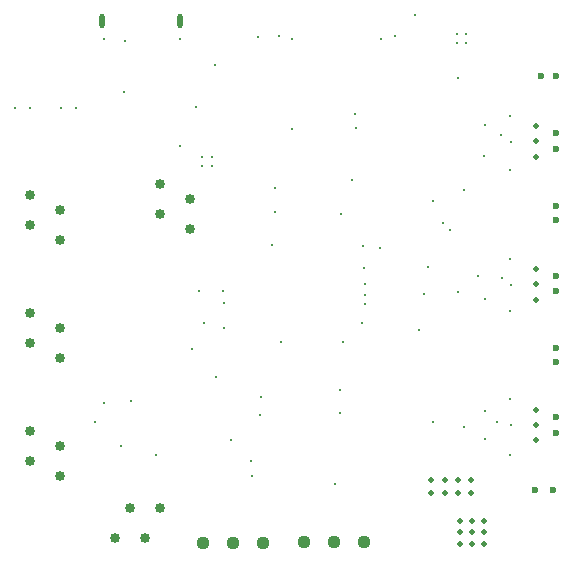
<source format=gbr>
%TF.GenerationSoftware,Altium Limited,Altium Designer,22.10.1 (41)*%
G04 Layer_Color=0*
%FSLAX45Y45*%
%MOMM*%
%TF.SameCoordinates,46D62589-93FC-40D0-8CC9-1CC447A4D7C4*%
%TF.FilePolarity,Positive*%
%TF.FileFunction,Plated,1,4,PTH,Drill*%
%TF.Part,Single*%
G01*
G75*
%TA.AperFunction,ComponentDrill*%
%ADD109C,0.85000*%
%ADD110C,1.11000*%
%ADD111C,0.85000*%
%ADD112O,0.50000X1.20000*%
%TA.AperFunction,ViaDrill,NotFilled*%
%ADD113C,0.20000*%
%ADD114C,0.30000*%
%ADD115C,0.50000*%
%ADD116C,0.60000*%
D109*
X4646000Y5837000D02*
D03*
X4900000Y5710000D02*
D03*
X4646000Y5583000D02*
D03*
X4900000Y5456000D02*
D03*
X3800003Y5366001D02*
D03*
X3546003Y5493001D02*
D03*
X3800003Y5620001D02*
D03*
X3546003Y5747001D02*
D03*
X3800003Y3366000D02*
D03*
X3546003Y3493000D02*
D03*
X3800003Y3620000D02*
D03*
X3546003Y3747000D02*
D03*
X3800003Y4365998D02*
D03*
X3546003Y4492998D02*
D03*
X3800003Y4619998D02*
D03*
X3546003Y4746998D02*
D03*
D110*
X6374000Y2810000D02*
D03*
X6120000D02*
D03*
X5866000D02*
D03*
X5524000Y2800000D02*
D03*
X5270000D02*
D03*
X5016000D02*
D03*
D111*
X4651000Y3096572D02*
D03*
X4524000Y2842572D02*
D03*
X4397000Y3096572D02*
D03*
X4270000Y2842572D02*
D03*
D112*
X4819625Y7216460D02*
D03*
X4159626D02*
D03*
D113*
X6381905Y4991866D02*
D03*
X6376932Y5127284D02*
D03*
X7619663Y4983344D02*
D03*
X7618447Y6198345D02*
D03*
X7619827Y3803317D02*
D03*
X6387170Y4896641D02*
D03*
Y4825097D02*
D03*
X6510000Y5300000D02*
D03*
D114*
X4399237Y4003973D02*
D03*
X7240000Y7030000D02*
D03*
X7160000D02*
D03*
Y7110000D02*
D03*
X7240000D02*
D03*
X7340766Y5059113D02*
D03*
X4813050Y6158656D02*
D03*
X5181506Y4934791D02*
D03*
X4975667Y4934061D02*
D03*
X5189982Y4832657D02*
D03*
X4949072Y6491711D02*
D03*
X5116722Y6846220D02*
D03*
X5423718Y3368865D02*
D03*
X5422430Y3494445D02*
D03*
X5123902Y4203322D02*
D03*
X5245452Y3670403D02*
D03*
X6125665Y3300929D02*
D03*
X4094857Y3823414D02*
D03*
X4611629Y3541475D02*
D03*
X6916306Y5132939D02*
D03*
X5503677Y4035279D02*
D03*
X6178031Y5588885D02*
D03*
X6169593Y4095891D02*
D03*
X6172156Y3900344D02*
D03*
X5191132Y4623935D02*
D03*
X4315469Y3622757D02*
D03*
X6640000Y7090000D02*
D03*
X5476192Y7088551D02*
D03*
X5658490Y7089964D02*
D03*
X6273416Y5872398D02*
D03*
X5621289Y5809172D02*
D03*
X5619177Y5603171D02*
D03*
X6959600Y5694919D02*
D03*
X7041273Y5512002D02*
D03*
X7100000Y5450000D02*
D03*
X6808943Y7270625D02*
D03*
X6357214Y4665819D02*
D03*
X7614266Y5962457D02*
D03*
X7610549Y6415992D02*
D03*
X7614596Y4761631D02*
D03*
X7610685Y5204371D02*
D03*
X7614266Y3546387D02*
D03*
X7611738Y4018490D02*
D03*
X6299388Y6434931D02*
D03*
X7170000Y6740000D02*
D03*
X6304868Y6316537D02*
D03*
X6366765Y5319001D02*
D03*
X7396938Y6335105D02*
D03*
X6885530Y4906474D02*
D03*
X6842264Y4601963D02*
D03*
X7224907Y5785008D02*
D03*
X7223485Y3784304D02*
D03*
X5670554Y4498373D02*
D03*
X5497421Y3880485D02*
D03*
X5766908Y7069943D02*
D03*
X5766140Y6307528D02*
D03*
X5599538Y5321592D02*
D03*
X6196780Y4498575D02*
D03*
X6515916Y7070079D02*
D03*
X7392760Y6077343D02*
D03*
X7537076Y6251757D02*
D03*
X7397044Y4867123D02*
D03*
X7539401Y5042042D02*
D03*
X7172148Y4925431D02*
D03*
X7398845Y3919891D02*
D03*
X7398170Y3682778D02*
D03*
X4174186Y3983058D02*
D03*
X5000115Y6071202D02*
D03*
X3936731Y6481933D02*
D03*
X3550849Y6483447D02*
D03*
X3808105D02*
D03*
X3423732Y6483441D02*
D03*
X5090000Y6070001D02*
D03*
X5000003Y5990001D02*
D03*
X5090000D02*
D03*
X4917755Y4444705D02*
D03*
X5023206Y4661571D02*
D03*
X4352656Y7048348D02*
D03*
X4814428Y7068876D02*
D03*
X4176207D02*
D03*
X4340946Y6616131D02*
D03*
X6959402Y3827226D02*
D03*
X7503312Y3822090D02*
D03*
D115*
X7390000Y2990000D02*
D03*
Y2890000D02*
D03*
X7190000D02*
D03*
X7290000Y2790000D02*
D03*
Y2890000D02*
D03*
X7190000Y2790000D02*
D03*
X7390000D02*
D03*
X7190000Y2990000D02*
D03*
X7290000D02*
D03*
X7170000Y3220000D02*
D03*
X7280000D02*
D03*
Y3330000D02*
D03*
X7170000D02*
D03*
X7060000D02*
D03*
X6940000D02*
D03*
Y3220000D02*
D03*
X7060000D02*
D03*
X7829225Y3800104D02*
D03*
X7830002Y3670000D02*
D03*
Y6330000D02*
D03*
Y6070001D02*
D03*
X7829225Y6200104D02*
D03*
X7830002Y5120000D02*
D03*
Y4860000D02*
D03*
X7829225Y4990104D02*
D03*
X7830002Y3930000D02*
D03*
D116*
X7997642Y6134257D02*
D03*
X7975001Y3250001D02*
D03*
X7824998D02*
D03*
X7998851Y3733780D02*
D03*
X7998831Y6269680D02*
D03*
X7999999Y4449999D02*
D03*
Y5650001D02*
D03*
X8000589Y5064262D02*
D03*
X7997276Y5536133D02*
D03*
X7998277Y3870858D02*
D03*
X7997703Y4329120D02*
D03*
X7875001Y6749999D02*
D03*
X7999999D02*
D03*
X8001528Y4933671D02*
D03*
%TF.MD5,0a711c87847bf0ce8db7ba8e8091cf23*%
M02*

</source>
